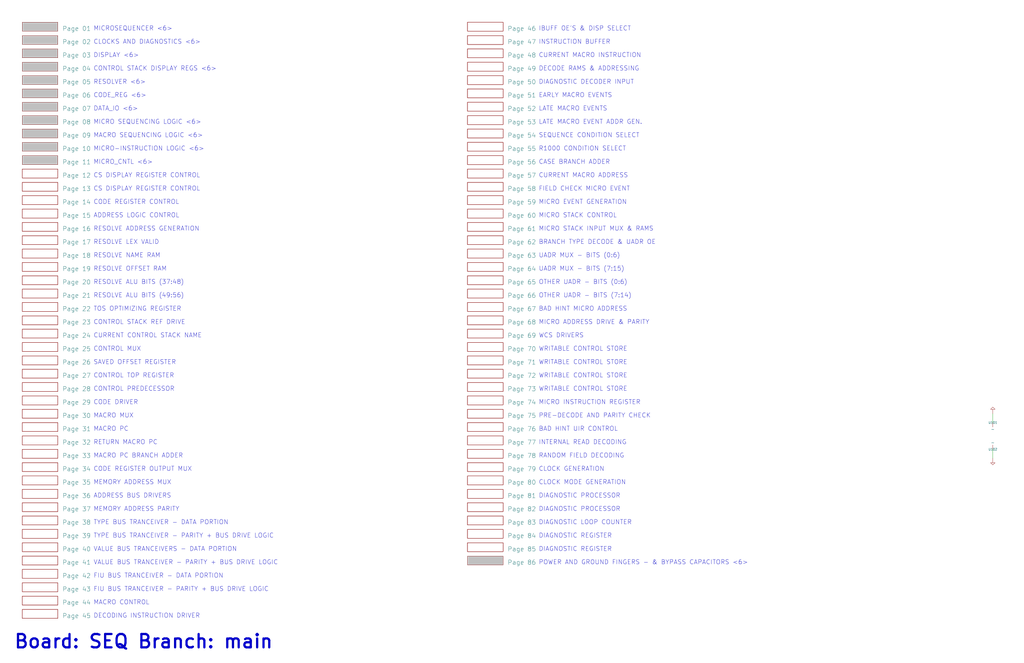
<source format=kicad_sch>
(kicad_sch (version 20220404) (generator eeschema)
  (paper "User" 584.2 378.46)
  (title_block (title "SEQ Main"))
  (lib_symbols
    (symbol "r1000:PD" (power) (pin_numbers hide) (pin_names hide) (in_bom no)
      (symbol "PD_0_1"
        (polyline (pts (xy 0 -2.54) (xy 1.27 -2.54) (xy 0 -3.81) (xy -1.27 -2.54) (xy 0 -2.54)) (stroke (width 0.1524)))
      )
      (symbol "PD_1_1"
        (pin power_in line (at 0 0 270) (length 2.54) (name "PD") (number "1"))
      )
    )
    (symbol "r1000:PU" (power) (pin_numbers hide) (pin_names hide)
      (symbol "PU_0_1"
        (polyline (pts (xy 0 2.54) (xy -1.27 2.54) (xy 0 3.81) (xy 1.27 2.54) (xy 0 2.54)) (stroke (width 0.1524)))
      )
      (symbol "PU_1_1"
        (pin power_in line (at 0 0 90) (length 2.54) (name "PU") (number "1"))
      )
    )
    (symbol "r1000:Pull_Down" (pin_numbers hide) (pin_names hide)
      (property "Reference" "U" (at 0 0 0))
      (property "Value" "Pull_Down" (at 0 3.81 0))
      (symbol "Pull_Down_1_1"
        (pin power_out line (at 0 0 90) (length 2.54) (name "Out") (number "1"))
      )
    )
    (symbol "r1000:Pull_Up" (pin_numbers hide) (pin_names hide)
      (property "Reference" "U" (at 0 0 0))
      (property "Value" "Pull_Up" (at 0 -3.81 0))
      (symbol "Pull_Up_1_1"
        (pin power_out line (at 0 0 270) (length 2.54) (name "Out") (number "1"))
      )
    )
  )
  (wire (pts (xy 566.42 256.54) (xy 566.42 261.62)))
  (wire (pts (xy 566.42 236.22) (xy 566.42 241.3)))
  (text "MICRO STACK CONTROL" (at 307.34 124.46 0) (effects (font (size 2.54 2.54)) (justify left bottom)))
  (text "WRITABLE CONTROL STORE" (at 307.34 215.9 0) (effects (font (size 2.54 2.54)) (justify left bottom)))
  (text "INSTRUCTION BUFFER" (at 307.34 25.4 0) (effects (font (size 2.54 2.54)) (justify left bottom)))
  (text "PRE-DECODE AND PARITY CHECK" (at 307.34 238.76 0) (effects (font (size 2.54 2.54)) (justify left bottom)))
  (text "WRITABLE CONTROL STORE" (at 307.34 200.66 0) (effects (font (size 2.54 2.54)) (justify left bottom)))
  (text "POWER AND GROUND FINGERS - & BYPASS CAPACITORS <6>" (at 307.34 322.58 0) (effects (font (size 2.54 2.54)) (justify left bottom)))
  (text "LATE MACRO EVENT ADDR GEN." (at 307.34 71.12 0) (effects (font (size 2.54 2.54)) (justify left bottom)))
  (text "EARLY MACRO EVENTS" (at 307.34 55.88 0) (effects (font (size 2.54 2.54)) (justify left bottom)))
  (text "VALUE BUS TRANCEIVERS - DATA PORTION" (at 53.34 314.96 0) (effects (font (size 2.54 2.54)) (justify left bottom)))
  (text "TYPE BUS TRANCEIVER - PARITY + BUS DRIVE LOGIC" (at 53.34 307.34 0) (effects (font (size 2.54 2.54)) (justify left bottom)))
  (text "DIAGNOSTIC DECODER INPUT" (at 307.34 48.26 0) (effects (font (size 2.54 2.54)) (justify left bottom)))
  (text "MEMORY ADDRESS MUX" (at 53.34 276.86 0) (effects (font (size 2.54 2.54)) (justify left bottom)))
  (text "UADR MUX - BITS (0:6)" (at 307.34 147.32 0) (effects (font (size 2.54 2.54)) (justify left bottom)))
  (text "CURRENT MACRO INSTRUCTION" (at 307.34 33.02 0) (effects (font (size 2.54 2.54)) (justify left bottom)))
  (text "R1000 CONDITION SELECT" (at 307.34 86.36 0) (effects (font (size 2.54 2.54)) (justify left bottom)))
  (text "RESOLVE LEX VALID" (at 53.34 139.7 0) (effects (font (size 2.54 2.54)) (justify left bottom)))
  (text "DECODE RAMS & ADDRESSING" (at 307.34 40.64 0) (effects (font (size 2.54 2.54)) (justify left bottom)))
  (text "TOS OPTIMIZING REGISTER" (at 53.34 177.8 0) (effects (font (size 2.54 2.54)) (justify left bottom)))
  (text "CONTROL STACK DISPLAY REGS <6>" (at 53.34 40.64 0) (effects (font (size 2.54 2.54)) (justify left bottom)))
  (text "CLOCK MODE GENERATION" (at 307.34 276.86 0) (effects (font (size 2.54 2.54)) (justify left bottom)))
  (text "RESOLVE ALU BITS (49:56)" (at 53.34 170.18 0) (effects (font (size 2.54 2.54)) (justify left bottom)))
  (text "DIAGNOSTIC REGISTER" (at 307.34 314.96 0) (effects (font (size 2.54 2.54)) (justify left bottom)))
  (text "MACRO MUX" (at 53.34 238.76 0) (effects (font (size 2.54 2.54)) (justify left bottom)))
  (text "IBUFF OE'S & DISP SELECT" (at 307.34 17.78 0) (effects (font (size 2.54 2.54)) (justify left bottom)))
  (text "DIAGNOSTIC PROCESSOR" (at 307.34 292.1 0) (effects (font (size 2.54 2.54)) (justify left bottom)))
  (text "CONTROL PREDECESSOR" (at 53.34 223.52 0) (effects (font (size 2.54 2.54)) (justify left bottom)))
  (text "FIELD CHECK MICRO EVENT" (at 307.34 109.22 0) (effects (font (size 2.54 2.54)) (justify left bottom)))
  (text "CODE REGISTER CONTROL" (at 53.34 116.84 0) (effects (font (size 2.54 2.54)) (justify left bottom)))
  (text "FIU BUS TRANCEIVER - DATA PORTION" (at 53.34 330.2 0) (effects (font (size 2.54 2.54)) (justify left bottom)))
  (text "ADDRESS BUS DRIVERS" (at 53.34 284.48 0) (effects (font (size 2.54 2.54)) (justify left bottom)))
  (text "FIU BUS TRANCEIVER - PARITY + BUS DRIVE LOGIC" (at 53.34 337.82 0) (effects (font (size 2.54 2.54)) (justify left bottom)))
  (text "CS DISPLAY REGISTER CONTROL" (at 53.34 109.22 0) (effects (font (size 2.54 2.54)) (justify left bottom)))
  (text "MICROSEQUENCER <6>" (at 53.34 17.78 0) (effects (font (size 2.54 2.54)) (justify left bottom)))
  (text "BAD HINT UIR CONTROL" (at 307.34 246.38 0) (effects (font (size 2.54 2.54)) (justify left bottom)))
  (text "TYPE BUS TRANCEIVER - DATA PORTION" (at 53.34 299.72 0) (effects (font (size 2.54 2.54)) (justify left bottom)))
  (text "OTHER UADR - BITS (0:6)" (at 307.34 162.56 0) (effects (font (size 2.54 2.54)) (justify left bottom)))
  (text "CURRENT MACRO ADDRESS" (at 307.34 101.6 0) (effects (font (size 2.54 2.54)) (justify left bottom)))
  (text "DIAGNOSTIC LOOP COUNTER" (at 307.34 299.72 0) (effects (font (size 2.54 2.54)) (justify left bottom)))
  (text "DECODING INSTRUCTION DRIVER" (at 53.34 353.06 0) (effects (font (size 2.54 2.54)) (justify left bottom)))
  (text "RESOLVE ALU BITS (37:48)" (at 53.34 162.56 0) (effects (font (size 2.54 2.54)) (justify left bottom)))
  (text "UADR MUX - BITS (7:15)" (at 307.34 154.94 0) (effects (font (size 2.54 2.54)) (justify left bottom)))
  (text "RESOLVE ADDRESS GENERATION" (at 53.34 132.08 0) (effects (font (size 2.54 2.54)) (justify left bottom)))
  (text "MACRO CONTROL" (at 53.34 345.44 0) (effects (font (size 2.54 2.54)) (justify left bottom)))
  (text "CONTROL MUX" (at 53.34 200.66 0) (effects (font (size 2.54 2.54)) (justify left bottom)))
  (text "MICRO-INSTRUCTION LOGIC <6>" (at 53.34 86.36 0) (effects (font (size 2.54 2.54)) (justify left bottom)))
  (text "CURRENT CONTROL STACK NAME" (at 53.34 193.04 0) (effects (font (size 2.54 2.54)) (justify left bottom)))
  (text "DIAGNOSTIC REGISTER" (at 307.34 307.34 0) (effects (font (size 2.54 2.54)) (justify left bottom)))
  (text "BAD HINT MICRO ADDRESS" (at 307.34 177.8 0) (effects (font (size 2.54 2.54)) (justify left bottom)))
  (text "DIAGNOSTIC PROCESSOR" (at 307.34 284.48 0) (effects (font (size 2.54 2.54)) (justify left bottom)))
  (text "RANDOM FIELD DECODING" (at 307.34 261.62 0) (effects (font (size 2.54 2.54)) (justify left bottom)))
  (text "CLOCK GENERATION" (at 307.34 269.24 0) (effects (font (size 2.54 2.54)) (justify left bottom)))
  (text "WRITABLE CONTROL STORE" (at 307.34 223.52 0) (effects (font (size 2.54 2.54)) (justify left bottom)))
  (text "VALUE BUS TRANCEIVER - PARITY + BUS DRIVE LOGIC" (at 53.34 322.58 0) (effects (font (size 2.54 2.54)) (justify left bottom)))
  (text "CONTROL TOP REGISTER" (at 53.34 215.9 0) (effects (font (size 2.54 2.54)) (justify left bottom)))
  (text "MACRO PC" (at 53.34 246.38 0) (effects (font (size 2.54 2.54)) (justify left bottom)))
  (text "CASE BRANCH ADDER" (at 307.34 93.98 0) (effects (font (size 2.54 2.54)) (justify left bottom)))
  (text "DATA_IO <6>" (at 53.34 63.5 0) (effects (font (size 2.54 2.54)) (justify left bottom)))
  (text "BRANCH TYPE DECODE & UADR OE" (at 307.34 139.7 0) (effects (font (size 2.54 2.54)) (justify left bottom)))
  (text "MACRO SEQUENCING LOGIC <6>" (at 53.34 78.74 0) (effects (font (size 2.54 2.54)) (justify left bottom)))
  (text "MACRO PC BRANCH ADDER" (at 53.34 261.62 0) (effects (font (size 2.54 2.54)) (justify left bottom)))
  (text "MICRO INSTRUCTION REGISTER" (at 307.34 231.14 0) (effects (font (size 2.54 2.54)) (justify left bottom)))
  (text "Board: SEQ Branch: main" (at 7.62 370.84 0) (effects (font (size 7.62 7.62) (thickness 1.27) bold) (justify left bottom)))
  (text "MICRO ADDRESS DRIVE & PARITY" (at 307.34 185.42 0) (effects (font (size 2.54 2.54)) (justify left bottom)))
  (text "INTERNAL READ DECODING" (at 307.34 254 0) (effects (font (size 2.54 2.54)) (justify left bottom)))
  (text "ADDRESS LOGIC CONTROL" (at 53.34 124.46 0) (effects (font (size 2.54 2.54)) (justify left bottom)))
  (text "RESOLVER <6>" (at 53.34 48.26 0) (effects (font (size 2.54 2.54)) (justify left bottom)))
  (text "MICRO STACK INPUT MUX & RAMS" (at 307.34 132.08 0) (effects (font (size 2.54 2.54)) (justify left bottom)))
  (text "SEQUENCE CONDITION SELECT" (at 307.34 78.74 0) (effects (font (size 2.54 2.54)) (justify left bottom)))
  (text "CS DISPLAY REGISTER CONTROL" (at 53.34 101.6 0) (effects (font (size 2.54 2.54)) (justify left bottom)))
  (text "WRITABLE CONTROL STORE" (at 307.34 208.28 0) (effects (font (size 2.54 2.54)) (justify left bottom)))
  (text "CODE REGISTER OUTPUT MUX" (at 53.34 269.24 0) (effects (font (size 2.54 2.54)) (justify left bottom)))
  (text "CONTROL STACK REF DRIVE" (at 53.34 185.42 0) (effects (font (size 2.54 2.54)) (justify left bottom)))
  (text "MICRO_CNTL <6>" (at 53.34 93.98 0) (effects (font (size 2.54 2.54)) (justify left bottom)))
  (text "OTHER UADR - BITS (7:14)" (at 307.34 170.18 0) (effects (font (size 2.54 2.54)) (justify left bottom)))
  (text "RESOLVE NAME RAM" (at 53.34 147.32 0) (effects (font (size 2.54 2.54)) (justify left bottom)))
  (text "RESOLVE OFFSET RAM" (at 53.34 154.94 0) (effects (font (size 2.54 2.54)) (justify left bottom)))
  (text "DISPLAY <6>" (at 53.34 33.02 0) (effects (font (size 2.54 2.54)) (justify left bottom)))
  (text "CODE DRIVER" (at 53.34 231.14 0) (effects (font (size 2.54 2.54)) (justify left bottom)))
  (text "CODE_REG <6>" (at 53.34 55.88 0) (effects (font (size 2.54 2.54)) (justify left bottom)))
  (text "RETURN MACRO PC" (at 53.34 254 0) (effects (font (size 2.54 2.54)) (justify left bottom)))
  (text "MEMORY ADDRESS PARITY" (at 53.34 292.1 0) (effects (font (size 2.54 2.54)) (justify left bottom)))
  (text "CLOCKS AND DIAGNOSTICS <6>" (at 53.34 25.4 0) (effects (font (size 2.54 2.54)) (justify left bottom)))
  (text "MICRO EVENT GENERATION" (at 307.34 116.84 0) (effects (font (size 2.54 2.54)) (justify left bottom)))
  (text "LATE MACRO EVENTS" (at 307.34 63.5 0) (effects (font (size 2.54 2.54)) (justify left bottom)))
  (text "MICRO SEQUENCING LOGIC <6>" (at 53.34 71.12 0) (effects (font (size 2.54 2.54)) (justify left bottom)))
  (text "SAVED OFFSET REGISTER" (at 53.34 208.28 0) (effects (font (size 2.54 2.54)) (justify left bottom)))
  (text "WCS DRIVERS" (at 307.34 193.04 0) (effects (font (size 2.54 2.54)) (justify left bottom)))
  (symbol (lib_id "r1000:Pull_Down") (at 566.42 256.54 0) (unit 1)
    (default_instance (reference "U") (unit 1) (value "") (footprint ""))
    (property "Reference" "U102" (at 566.42 256.54 0))
    (property "Value" "~" (at 566.42 252.73 0) (effects (font (size 2.54 2.54))))
  )
  (symbol (lib_id "r1000:PU") (at 566.42 236.22 0) (unit 1)
    (default_instance (reference "U") (unit 1) (value "") (footprint ""))
    (property "Reference" "#PWR0104" (effects hide))
  )
  (symbol (lib_id "r1000:Pull_Up") (at 566.42 241.3 0) (unit 1)
    (default_instance (reference "U") (unit 1) (value "") (footprint ""))
    (property "Reference" "U101" (at 566.42 241.3 0))
    (property "Value" "~" (at 566.42 245.11 0) (effects (font (size 2.54 2.54))))
  )
  (symbol (lib_id "r1000:PD") (at 566.42 261.62 0) (unit 1) (in_bom no)
    (default_instance (reference "U") (unit 1) (value "") (footprint ""))
    (property "Reference" "#PWR0108" (effects hide))
  )
  (sheet (at 12.7 73.66) (size 20.32 5.08) (fill (color 192 192 192 1.0000))
    (property "Sheetname" "Page 09" (at 35.56 78.74 0) (effects (font (size 2.54 2.54)) (justify left bottom)))
    (property "Sheetfile" "pg_09.kicad_sch" (effects hide))
  )
  (sheet (at 266.7 309.88) (size 20.32 5.08)
    (property "Sheetname" "Page 85" (at 289.56 314.96 0) (effects (font (size 2.54 2.54)) (justify left bottom)))
    (property "Sheetfile" "pg_85.kicad_sch" (effects hide))
  )
  (sheet (at 12.7 203.2) (size 20.32 5.08)
    (property "Sheetname" "Page 26" (at 35.56 208.28 0) (effects (font (size 2.54 2.54)) (justify left bottom)))
    (property "Sheetfile" "pg_26.kicad_sch" (effects hide))
  )
  (sheet (at 266.7 203.2) (size 20.32 5.08)
    (property "Sheetname" "Page 71" (at 289.56 208.28 0) (effects (font (size 2.54 2.54)) (justify left bottom)))
    (property "Sheetfile" "pg_71.kicad_sch" (effects hide))
  )
  (sheet (at 266.7 58.42) (size 20.32 5.08)
    (property "Sheetname" "Page 52" (at 289.56 63.5 0) (effects (font (size 2.54 2.54)) (justify left bottom)))
    (property "Sheetfile" "pg_52.kicad_sch" (effects hide))
  )
  (sheet (at 266.7 294.64) (size 20.32 5.08)
    (property "Sheetname" "Page 83" (at 289.56 299.72 0) (effects (font (size 2.54 2.54)) (justify left bottom)))
    (property "Sheetfile" "pg_83.kicad_sch" (effects hide))
  )
  (sheet (at 266.7 157.48) (size 20.32 5.08)
    (property "Sheetname" "Page 65" (at 289.56 162.56 0) (effects (font (size 2.54 2.54)) (justify left bottom)))
    (property "Sheetfile" "pg_65.kicad_sch" (effects hide))
  )
  (sheet (at 266.7 180.34) (size 20.32 5.08)
    (property "Sheetname" "Page 68" (at 289.56 185.42 0) (effects (font (size 2.54 2.54)) (justify left bottom)))
    (property "Sheetfile" "pg_68.kicad_sch" (effects hide))
  )
  (sheet (at 266.7 149.86) (size 20.32 5.08)
    (property "Sheetname" "Page 64" (at 289.56 154.94 0) (effects (font (size 2.54 2.54)) (justify left bottom)))
    (property "Sheetfile" "pg_64.kicad_sch" (effects hide))
  )
  (sheet (at 266.7 233.68) (size 20.32 5.08)
    (property "Sheetname" "Page 75" (at 289.56 238.76 0) (effects (font (size 2.54 2.54)) (justify left bottom)))
    (property "Sheetfile" "pg_75.kicad_sch" (effects hide))
  )
  (sheet (at 12.7 340.36) (size 20.32 5.08)
    (property "Sheetname" "Page 44" (at 35.56 345.44 0) (effects (font (size 2.54 2.54)) (justify left bottom)))
    (property "Sheetfile" "pg_44.kicad_sch" (effects hide))
  )
  (sheet (at 266.7 256.54) (size 20.32 5.08)
    (property "Sheetname" "Page 78" (at 289.56 261.62 0) (effects (font (size 2.54 2.54)) (justify left bottom)))
    (property "Sheetfile" "pg_78.kicad_sch" (effects hide))
  )
  (sheet (at 266.7 127) (size 20.32 5.08)
    (property "Sheetname" "Page 61" (at 289.56 132.08 0) (effects (font (size 2.54 2.54)) (justify left bottom)))
    (property "Sheetfile" "pg_61.kicad_sch" (effects hide))
  )
  (sheet (at 12.7 317.5) (size 20.32 5.08)
    (property "Sheetname" "Page 41" (at 35.56 322.58 0) (effects (font (size 2.54 2.54)) (justify left bottom)))
    (property "Sheetfile" "pg_41.kicad_sch" (effects hide))
  )
  (sheet (at 266.7 134.62) (size 20.32 5.08)
    (property "Sheetname" "Page 62" (at 289.56 139.7 0) (effects (font (size 2.54 2.54)) (justify left bottom)))
    (property "Sheetfile" "pg_62.kicad_sch" (effects hide))
  )
  (sheet (at 12.7 279.4) (size 20.32 5.08)
    (property "Sheetname" "Page 36" (at 35.56 284.48 0) (effects (font (size 2.54 2.54)) (justify left bottom)))
    (property "Sheetfile" "pg_36.kicad_sch" (effects hide))
  )
  (sheet (at 12.7 35.56) (size 20.32 5.08) (fill (color 192 192 192 1.0000))
    (property "Sheetname" "Page 04" (at 35.56 40.64 0) (effects (font (size 2.54 2.54)) (justify left bottom)))
    (property "Sheetfile" "pg_04.kicad_sch" (effects hide))
  )
  (sheet (at 12.7 12.7) (size 20.32 5.08) (fill (color 192 192 192 1.0000))
    (property "Sheetname" "Page 01" (at 35.56 17.78 0) (effects (font (size 2.54 2.54)) (justify left bottom)))
    (property "Sheetfile" "pg_01.kicad_sch" (effects hide))
  )
  (sheet (at 266.7 50.8) (size 20.32 5.08)
    (property "Sheetname" "Page 51" (at 289.56 55.88 0) (effects (font (size 2.54 2.54)) (justify left bottom)))
    (property "Sheetfile" "pg_51.kicad_sch" (effects hide))
  )
  (sheet (at 266.7 271.78) (size 20.32 5.08)
    (property "Sheetname" "Page 80" (at 289.56 276.86 0) (effects (font (size 2.54 2.54)) (justify left bottom)))
    (property "Sheetfile" "pg_80.kicad_sch" (effects hide))
  )
  (sheet (at 12.7 149.86) (size 20.32 5.08)
    (property "Sheetname" "Page 19" (at 35.56 154.94 0) (effects (font (size 2.54 2.54)) (justify left bottom)))
    (property "Sheetfile" "pg_19.kicad_sch" (effects hide))
  )
  (sheet (at 266.7 287.02) (size 20.32 5.08)
    (property "Sheetname" "Page 82" (at 289.56 292.1 0) (effects (font (size 2.54 2.54)) (justify left bottom)))
    (property "Sheetfile" "pg_82.kicad_sch" (effects hide))
  )
  (sheet (at 12.7 142.24) (size 20.32 5.08)
    (property "Sheetname" "Page 18" (at 35.56 147.32 0) (effects (font (size 2.54 2.54)) (justify left bottom)))
    (property "Sheetfile" "pg_18.kicad_sch" (effects hide))
  )
  (sheet (at 12.7 180.34) (size 20.32 5.08)
    (property "Sheetname" "Page 23" (at 35.56 185.42 0) (effects (font (size 2.54 2.54)) (justify left bottom)))
    (property "Sheetfile" "pg_23.kicad_sch" (effects hide))
  )
  (sheet (at 12.7 218.44) (size 20.32 5.08)
    (property "Sheetname" "Page 28" (at 35.56 223.52 0) (effects (font (size 2.54 2.54)) (justify left bottom)))
    (property "Sheetfile" "pg_28.kicad_sch" (effects hide))
  )
  (sheet (at 266.7 43.18) (size 20.32 5.08)
    (property "Sheetname" "Page 50" (at 289.56 48.26 0) (effects (font (size 2.54 2.54)) (justify left bottom)))
    (property "Sheetfile" "pg_50.kicad_sch" (effects hide))
  )
  (sheet (at 266.7 142.24) (size 20.32 5.08)
    (property "Sheetname" "Page 63" (at 289.56 147.32 0) (effects (font (size 2.54 2.54)) (justify left bottom)))
    (property "Sheetfile" "pg_63.kicad_sch" (effects hide))
  )
  (sheet (at 12.7 325.12) (size 20.32 5.08)
    (property "Sheetname" "Page 42" (at 35.56 330.2 0) (effects (font (size 2.54 2.54)) (justify left bottom)))
    (property "Sheetfile" "pg_42.kicad_sch" (effects hide))
  )
  (sheet (at 12.7 58.42) (size 20.32 5.08) (fill (color 192 192 192 1.0000))
    (property "Sheetname" "Page 07" (at 35.56 63.5 0) (effects (font (size 2.54 2.54)) (justify left bottom)))
    (property "Sheetfile" "pg_07.kicad_sch" (effects hide))
  )
  (sheet (at 12.7 241.3) (size 20.32 5.08)
    (property "Sheetname" "Page 31" (at 35.56 246.38 0) (effects (font (size 2.54 2.54)) (justify left bottom)))
    (property "Sheetfile" "pg_31.kicad_sch" (effects hide))
  )
  (sheet (at 12.7 195.58) (size 20.32 5.08)
    (property "Sheetname" "Page 25" (at 35.56 200.66 0) (effects (font (size 2.54 2.54)) (justify left bottom)))
    (property "Sheetfile" "pg_25.kicad_sch" (effects hide))
  )
  (sheet (at 266.7 210.82) (size 20.32 5.08)
    (property "Sheetname" "Page 72" (at 289.56 215.9 0) (effects (font (size 2.54 2.54)) (justify left bottom)))
    (property "Sheetfile" "pg_72.kicad_sch" (effects hide))
  )
  (sheet (at 12.7 43.18) (size 20.32 5.08) (fill (color 192 192 192 1.0000))
    (property "Sheetname" "Page 05" (at 35.56 48.26 0) (effects (font (size 2.54 2.54)) (justify left bottom)))
    (property "Sheetfile" "pg_05.kicad_sch" (effects hide))
  )
  (sheet (at 12.7 127) (size 20.32 5.08)
    (property "Sheetname" "Page 16" (at 35.56 132.08 0) (effects (font (size 2.54 2.54)) (justify left bottom)))
    (property "Sheetfile" "pg_16.kicad_sch" (effects hide))
  )
  (sheet (at 266.7 172.72) (size 20.32 5.08)
    (property "Sheetname" "Page 67" (at 289.56 177.8 0) (effects (font (size 2.54 2.54)) (justify left bottom)))
    (property "Sheetfile" "pg_67.kicad_sch" (effects hide))
  )
  (sheet (at 266.7 20.32) (size 20.32 5.08)
    (property "Sheetname" "Page 47" (at 289.56 25.4 0) (effects (font (size 2.54 2.54)) (justify left bottom)))
    (property "Sheetfile" "pg_47.kicad_sch" (effects hide))
  )
  (sheet (at 12.7 111.76) (size 20.32 5.08)
    (property "Sheetname" "Page 14" (at 35.56 116.84 0) (effects (font (size 2.54 2.54)) (justify left bottom)))
    (property "Sheetfile" "pg_14.kicad_sch" (effects hide))
  )
  (sheet (at 12.7 66.04) (size 20.32 5.08) (fill (color 192 192 192 1.0000))
    (property "Sheetname" "Page 08" (at 35.56 71.12 0) (effects (font (size 2.54 2.54)) (justify left bottom)))
    (property "Sheetfile" "pg_08.kicad_sch" (effects hide))
  )
  (sheet (at 266.7 165.1) (size 20.32 5.08)
    (property "Sheetname" "Page 66" (at 289.56 170.18 0) (effects (font (size 2.54 2.54)) (justify left bottom)))
    (property "Sheetfile" "pg_66.kicad_sch" (effects hide))
  )
  (sheet (at 266.7 218.44) (size 20.32 5.08)
    (property "Sheetname" "Page 73" (at 289.56 223.52 0) (effects (font (size 2.54 2.54)) (justify left bottom)))
    (property "Sheetfile" "pg_73.kicad_sch" (effects hide))
  )
  (sheet (at 266.7 317.5) (size 20.32 5.08) (fill (color 192 192 192 1.0000))
    (property "Sheetname" "Page 86" (at 289.56 322.58 0) (effects (font (size 2.54 2.54)) (justify left bottom)))
    (property "Sheetfile" "pg_86.kicad_sch" (effects hide))
  )
  (sheet (at 266.7 264.16) (size 20.32 5.08)
    (property "Sheetname" "Page 79" (at 289.56 269.24 0) (effects (font (size 2.54 2.54)) (justify left bottom)))
    (property "Sheetfile" "pg_79.kicad_sch" (effects hide))
  )
  (sheet (at 266.7 195.58) (size 20.32 5.08)
    (property "Sheetname" "Page 70" (at 289.56 200.66 0) (effects (font (size 2.54 2.54)) (justify left bottom)))
    (property "Sheetfile" "pg_70.kicad_sch" (effects hide))
  )
  (sheet (at 266.7 73.66) (size 20.32 5.08)
    (property "Sheetname" "Page 54" (at 289.56 78.74 0) (effects (font (size 2.54 2.54)) (justify left bottom)))
    (property "Sheetfile" "pg_54.kicad_sch" (effects hide))
  )
  (sheet (at 12.7 134.62) (size 20.32 5.08)
    (property "Sheetname" "Page 17" (at 35.56 139.7 0) (effects (font (size 2.54 2.54)) (justify left bottom)))
    (property "Sheetfile" "pg_17.kicad_sch" (effects hide))
  )
  (sheet (at 12.7 233.68) (size 20.32 5.08)
    (property "Sheetname" "Page 30" (at 35.56 238.76 0) (effects (font (size 2.54 2.54)) (justify left bottom)))
    (property "Sheetfile" "pg_30.kicad_sch" (effects hide))
  )
  (sheet (at 266.7 248.92) (size 20.32 5.08)
    (property "Sheetname" "Page 77" (at 289.56 254 0) (effects (font (size 2.54 2.54)) (justify left bottom)))
    (property "Sheetfile" "pg_77.kicad_sch" (effects hide))
  )
  (sheet (at 266.7 27.94) (size 20.32 5.08)
    (property "Sheetname" "Page 48" (at 289.56 33.02 0) (effects (font (size 2.54 2.54)) (justify left bottom)))
    (property "Sheetfile" "pg_48.kicad_sch" (effects hide))
  )
  (sheet (at 12.7 309.88) (size 20.32 5.08)
    (property "Sheetname" "Page 40" (at 35.56 314.96 0) (effects (font (size 2.54 2.54)) (justify left bottom)))
    (property "Sheetfile" "pg_40.kicad_sch" (effects hide))
  )
  (sheet (at 266.7 96.52) (size 20.32 5.08)
    (property "Sheetname" "Page 57" (at 289.56 101.6 0) (effects (font (size 2.54 2.54)) (justify left bottom)))
    (property "Sheetfile" "pg_57.kicad_sch" (effects hide))
  )
  (sheet (at 12.7 347.98) (size 20.32 5.08)
    (property "Sheetname" "Page 45" (at 35.56 353.06 0) (effects (font (size 2.54 2.54)) (justify left bottom)))
    (property "Sheetfile" "pg_45.kicad_sch" (effects hide))
  )
  (sheet (at 12.7 50.8) (size 20.32 5.08) (fill (color 192 192 192 1.0000))
    (property "Sheetname" "Page 06" (at 35.56 55.88 0) (effects (font (size 2.54 2.54)) (justify left bottom)))
    (property "Sheetfile" "pg_06.kicad_sch" (effects hide))
  )
  (sheet (at 266.7 111.76) (size 20.32 5.08)
    (property "Sheetname" "Page 59" (at 289.56 116.84 0) (effects (font (size 2.54 2.54)) (justify left bottom)))
    (property "Sheetfile" "pg_59.kicad_sch" (effects hide))
  )
  (sheet (at 12.7 88.9) (size 20.32 5.08) (fill (color 192 192 192 1.0000))
    (property "Sheetname" "Page 11" (at 35.56 93.98 0) (effects (font (size 2.54 2.54)) (justify left bottom)))
    (property "Sheetfile" "pg_11.kicad_sch" (effects hide))
  )
  (sheet (at 266.7 187.96) (size 20.32 5.08)
    (property "Sheetname" "Page 69" (at 289.56 193.04 0) (effects (font (size 2.54 2.54)) (justify left bottom)))
    (property "Sheetfile" "pg_69.kicad_sch" (effects hide))
  )
  (sheet (at 12.7 104.14) (size 20.32 5.08)
    (property "Sheetname" "Page 13" (at 35.56 109.22 0) (effects (font (size 2.54 2.54)) (justify left bottom)))
    (property "Sheetfile" "pg_13.kicad_sch" (effects hide))
  )
  (sheet (at 266.7 119.38) (size 20.32 5.08)
    (property "Sheetname" "Page 60" (at 289.56 124.46 0) (effects (font (size 2.54 2.54)) (justify left bottom)))
    (property "Sheetfile" "pg_60.kicad_sch" (effects hide))
  )
  (sheet (at 12.7 210.82) (size 20.32 5.08)
    (property "Sheetname" "Page 27" (at 35.56 215.9 0) (effects (font (size 2.54 2.54)) (justify left bottom)))
    (property "Sheetfile" "pg_27.kicad_sch" (effects hide))
  )
  (sheet (at 12.7 302.26) (size 20.32 5.08)
    (property "Sheetname" "Page 39" (at 35.56 307.34 0) (effects (font (size 2.54 2.54)) (justify left bottom)))
    (property "Sheetfile" "pg_39.kicad_sch" (effects hide))
  )
  (sheet (at 12.7 20.32) (size 20.32 5.08) (fill (color 192 192 192 1.0000))
    (property "Sheetname" "Page 02" (at 35.56 25.4 0) (effects (font (size 2.54 2.54)) (justify left bottom)))
    (property "Sheetfile" "pg_02.kicad_sch" (effects hide))
  )
  (sheet (at 12.7 172.72) (size 20.32 5.08)
    (property "Sheetname" "Page 22" (at 35.56 177.8 0) (effects (font (size 2.54 2.54)) (justify left bottom)))
    (property "Sheetfile" "pg_22.kicad_sch" (effects hide))
  )
  (sheet (at 266.7 279.4) (size 20.32 5.08)
    (property "Sheetname" "Page 81" (at 289.56 284.48 0) (effects (font (size 2.54 2.54)) (justify left bottom)))
    (property "Sheetfile" "pg_81.kicad_sch" (effects hide))
  )
  (sheet (at 266.7 12.7) (size 20.32 5.08)
    (property "Sheetname" "Page 46" (at 289.56 17.78 0) (effects (font (size 2.54 2.54)) (justify left bottom)))
    (property "Sheetfile" "pg_46.kicad_sch" (effects hide))
  )
  (sheet (at 266.7 302.26) (size 20.32 5.08)
    (property "Sheetname" "Page 84" (at 289.56 307.34 0) (effects (font (size 2.54 2.54)) (justify left bottom)))
    (property "Sheetfile" "pg_84.kicad_sch" (effects hide))
  )
  (sheet (at 12.7 81.28) (size 20.32 5.08) (fill (color 192 192 192 1.0000))
    (property "Sheetname" "Page 10" (at 35.56 86.36 0) (effects (font (size 2.54 2.54)) (justify left bottom)))
    (property "Sheetfile" "pg_10.kicad_sch" (effects hide))
  )
  (sheet (at 266.7 35.56) (size 20.32 5.08)
    (property "Sheetname" "Page 49" (at 289.56 40.64 0) (effects (font (size 2.54 2.54)) (justify left bottom)))
    (property "Sheetfile" "pg_49.kicad_sch" (effects hide))
  )
  (sheet (at 266.7 81.28) (size 20.32 5.08)
    (property "Sheetname" "Page 55" (at 289.56 86.36 0) (effects (font (size 2.54 2.54)) (justify left bottom)))
    (property "Sheetfile" "pg_55.kicad_sch" (effects hide))
  )
  (sheet (at 12.7 248.92) (size 20.32 5.08)
    (property "Sheetname" "Page 32" (at 35.56 254 0) (effects (font (size 2.54 2.54)) (justify left bottom)))
    (property "Sheetfile" "pg_32.kicad_sch" (effects hide))
  )
  (sheet (at 12.7 96.52) (size 20.32 5.08)
    (property "Sheetname" "Page 12" (at 35.56 101.6 0) (effects (font (size 2.54 2.54)) (justify left bottom)))
    (property "Sheetfile" "pg_12.kicad_sch" (effects hide))
  )
  (sheet (at 266.7 104.14) (size 20.32 5.08)
    (property "Sheetname" "Page 58" (at 289.56 109.22 0) (effects (font (size 2.54 2.54)) (justify left bottom)))
    (property "Sheetfile" "pg_58.kicad_sch" (effects hide))
  )
  (sheet (at 12.7 287.02) (size 20.32 5.08)
    (property "Sheetname" "Page 37" (at 35.56 292.1 0) (effects (font (size 2.54 2.54)) (justify left bottom)))
    (property "Sheetfile" "pg_37.kicad_sch" (effects hide))
  )
  (sheet (at 12.7 264.16) (size 20.32 5.08)
    (property "Sheetname" "Page 34" (at 35.56 269.24 0) (effects (font (size 2.54 2.54)) (justify left bottom)))
    (property "Sheetfile" "pg_34.kicad_sch" (effects hide))
  )
  (sheet (at 12.7 27.94) (size 20.32 5.08) (fill (color 192 192 192 1.0000))
    (property "Sheetname" "Page 03" (at 35.56 33.02 0) (effects (font (size 2.54 2.54)) (justify left bottom)))
    (property "Sheetfile" "pg_03.kicad_sch" (effects hide))
  )
  (sheet (at 12.7 119.38) (size 20.32 5.08)
    (property "Sheetname" "Page 15" (at 35.56 124.46 0) (effects (font (size 2.54 2.54)) (justify left bottom)))
    (property "Sheetfile" "pg_15.kicad_sch" (effects hide))
  )
  (sheet (at 12.7 256.54) (size 20.32 5.08)
    (property "Sheetname" "Page 33" (at 35.56 261.62 0) (effects (font (size 2.54 2.54)) (justify left bottom)))
    (property "Sheetfile" "pg_33.kicad_sch" (effects hide))
  )
  (sheet (at 266.7 66.04) (size 20.32 5.08)
    (property "Sheetname" "Page 53" (at 289.56 71.12 0) (effects (font (size 2.54 2.54)) (justify left bottom)))
    (property "Sheetfile" "pg_53.kicad_sch" (effects hide))
  )
  (sheet (at 12.7 226.06) (size 20.32 5.08)
    (property "Sheetname" "Page 29" (at 35.56 231.14 0) (effects (font (size 2.54 2.54)) (justify left bottom)))
    (property "Sheetfile" "pg_29.kicad_sch" (effects hide))
  )
  (sheet (at 12.7 332.74) (size 20.32 5.08)
    (property "Sheetname" "Page 43" (at 35.56 337.82 0) (effects (font (size 2.54 2.54)) (justify left bottom)))
    (property "Sheetfile" "pg_43.kicad_sch" (effects hide))
  )
  (sheet (at 266.7 241.3) (size 20.32 5.08)
    (property "Sheetname" "Page 76" (at 289.56 246.38 0) (effects (font (size 2.54 2.54)) (justify left bottom)))
    (property "Sheetfile" "pg_76.kicad_sch" (effects hide))
  )
  (sheet (at 12.7 165.1) (size 20.32 5.08)
    (property "Sheetname" "Page 21" (at 35.56 170.18 0) (effects (font (size 2.54 2.54)) (justify left bottom)))
    (property "Sheetfile" "pg_21.kicad_sch" (effects hide))
  )
  (sheet (at 12.7 187.96) (size 20.32 5.08)
    (property "Sheetname" "Page 24" (at 35.56 193.04 0) (effects (font (size 2.54 2.54)) (justify left bottom)))
    (property "Sheetfile" "pg_24.kicad_sch" (effects hide))
  )
  (sheet (at 12.7 157.48) (size 20.32 5.08)
    (property "Sheetname" "Page 20" (at 35.56 162.56 0) (effects (font (size 2.54 2.54)) (justify left bottom)))
    (property "Sheetfile" "pg_20.kicad_sch" (effects hide))
  )
  (sheet (at 266.7 88.9) (size 20.32 5.08)
    (property "Sheetname" "Page 56" (at 289.56 93.98 0) (effects (font (size 2.54 2.54)) (justify left bottom)))
    (property "Sheetfile" "pg_56.kicad_sch" (effects hide))
  )
  (sheet (at 12.7 294.64) (size 20.32 5.08)
    (property "Sheetname" "Page 38" (at 35.56 299.72 0) (effects (font (size 2.54 2.54)) (justify left bottom)))
    (property "Sheetfile" "pg_38.kicad_sch" (effects hide))
  )
  (sheet (at 266.7 226.06) (size 20.32 5.08)
    (property "Sheetname" "Page 74" (at 289.56 231.14 0) (effects (font (size 2.54 2.54)) (justify left bottom)))
    (property "Sheetfile" "pg_74.kicad_sch" (effects hide))
  )
  (sheet (at 12.7 271.78) (size 20.32 5.08)
    (property "Sheetname" "Page 35" (at 35.56 276.86 0) (effects (font (size 2.54 2.54)) (justify left bottom)))
    (property "Sheetfile" "pg_35.kicad_sch" (effects hide))
  )
)
</source>
